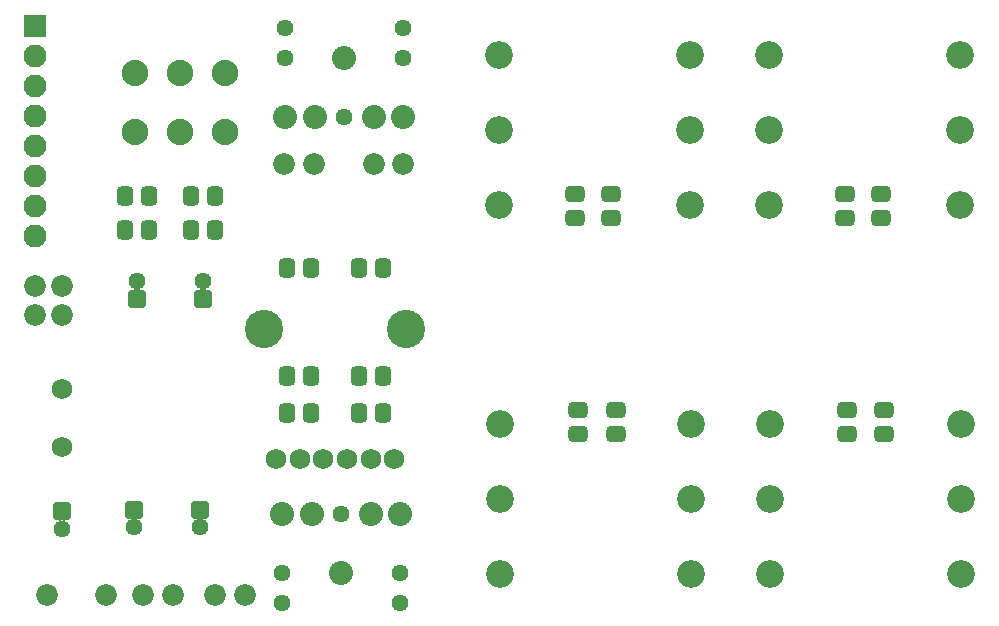
<source format=gbr>
%TF.GenerationSoftware,KiCad,Pcbnew,(5.99.0-11640-gb6664eecf2)*%
%TF.CreationDate,2021-09-02T00:48:37+05:30*%
%TF.ProjectId,AudioInterface,41756469-6f49-46e7-9465-72666163652e,rev?*%
%TF.SameCoordinates,Original*%
%TF.FileFunction,Soldermask,Bot*%
%TF.FilePolarity,Negative*%
%FSLAX46Y46*%
G04 Gerber Fmt 4.6, Leading zero omitted, Abs format (unit mm)*
G04 Created by KiCad (PCBNEW (5.99.0-11640-gb6664eecf2)) date 2021-09-02 00:48:37*
%MOMM*%
%LPD*%
G01*
G04 APERTURE LIST*
G04 Aperture macros list*
%AMRoundRect*
0 Rectangle with rounded corners*
0 $1 Rounding radius*
0 $2 $3 $4 $5 $6 $7 $8 $9 X,Y pos of 4 corners*
0 Add a 4 corners polygon primitive as box body*
4,1,4,$2,$3,$4,$5,$6,$7,$8,$9,$2,$3,0*
0 Add four circle primitives for the rounded corners*
1,1,$1+$1,$2,$3*
1,1,$1+$1,$4,$5*
1,1,$1+$1,$6,$7*
1,1,$1+$1,$8,$9*
0 Add four rect primitives between the rounded corners*
20,1,$1+$1,$2,$3,$4,$5,0*
20,1,$1+$1,$4,$5,$6,$7,0*
20,1,$1+$1,$6,$7,$8,$9,0*
20,1,$1+$1,$8,$9,$2,$3,0*%
G04 Aperture macros list end*
%ADD10C,2.240000*%
%ADD11RoundRect,0.120000X-0.850000X-0.850000X0.850000X-0.850000X0.850000X0.850000X-0.850000X0.850000X0*%
%ADD12O,1.940000X1.940000*%
%ADD13C,2.340000*%
%ADD14C,1.840000*%
%ADD15C,1.740000*%
%ADD16C,1.440000*%
%ADD17C,2.040000*%
%ADD18C,3.240000*%
%ADD19RoundRect,0.120000X0.600000X-0.600000X0.600000X0.600000X-0.600000X0.600000X-0.600000X-0.600000X0*%
%ADD20RoundRect,0.120000X-0.600000X0.600000X-0.600000X-0.600000X0.600000X-0.600000X0.600000X0.600000X0*%
%ADD21RoundRect,0.370000X0.325000X0.450000X-0.325000X0.450000X-0.325000X-0.450000X0.325000X-0.450000X0*%
%ADD22RoundRect,0.370000X-0.450000X0.325000X-0.450000X-0.325000X0.450000X-0.325000X0.450000X0.325000X0*%
%ADD23RoundRect,0.370000X-0.325000X-0.450000X0.325000X-0.450000X0.325000X0.450000X-0.325000X0.450000X0*%
%ADD24RoundRect,0.370000X0.450000X-0.325000X0.450000X0.325000X-0.450000X0.325000X-0.450000X-0.325000X0*%
G04 APERTURE END LIST*
D10*
%TO.C,J4*%
X153265000Y-57930000D03*
X153265000Y-52930000D03*
X149455000Y-57930000D03*
X149455000Y-52930000D03*
X145645000Y-52930000D03*
X145645000Y-57930000D03*
%TD*%
D11*
%TO.C,J8*%
X137162000Y-48990000D03*
D12*
X137162000Y-51530000D03*
X137162000Y-54070000D03*
X137162000Y-56610000D03*
X137162000Y-59150000D03*
X137162000Y-61690000D03*
X137162000Y-64230000D03*
X137162000Y-66770000D03*
%TD*%
D13*
%TO.C,J2*%
X192720000Y-88990000D03*
X176490000Y-88990000D03*
X192720000Y-95340000D03*
X176490000Y-95340000D03*
X192720000Y-82640000D03*
X176490000Y-82640000D03*
%TD*%
D14*
%TO.C,C12*%
X168308000Y-60674000D03*
X165808000Y-60674000D03*
%TD*%
%TO.C,C11*%
X158264000Y-60674000D03*
X160764000Y-60674000D03*
%TD*%
D15*
%TO.C,Y1*%
X139448000Y-79687000D03*
X139448000Y-84587000D03*
%TD*%
D14*
%TO.C,C4*%
X139448000Y-70981000D03*
X139448000Y-73481000D03*
%TD*%
D13*
%TO.C,J5*%
X199250000Y-57780000D03*
X215480000Y-57780000D03*
X199250000Y-51430000D03*
X215480000Y-51430000D03*
X199250000Y-64130000D03*
X215480000Y-64130000D03*
%TD*%
D16*
%TO.C,J3*%
X168075000Y-95290000D03*
X163075000Y-90290000D03*
X158075000Y-95290000D03*
X158075000Y-97790000D03*
X168075000Y-97790000D03*
D17*
X158075000Y-90290000D03*
X160575000Y-90290000D03*
X163075000Y-95290000D03*
X168075000Y-90290000D03*
X165575000Y-90290000D03*
%TD*%
D13*
%TO.C,J1*%
X215580000Y-88990000D03*
X199350000Y-88990000D03*
X215580000Y-95340000D03*
X199350000Y-95340000D03*
X215580000Y-82640000D03*
X199350000Y-82640000D03*
%TD*%
D14*
%TO.C,C1*%
X143142000Y-97123000D03*
X138142000Y-97123000D03*
%TD*%
D18*
%TO.C,RV1*%
X156562000Y-74599000D03*
X168562000Y-74599000D03*
D15*
X161562000Y-85599000D03*
X163562000Y-85599000D03*
X165562000Y-85599000D03*
X159562000Y-85599000D03*
X157562000Y-85599000D03*
X167562000Y-85599000D03*
%TD*%
D19*
%TO.C,C9*%
X145798000Y-72064600D03*
D16*
X145798000Y-70564600D03*
%TD*%
D14*
%TO.C,C3*%
X137162000Y-73481000D03*
X137162000Y-70981000D03*
%TD*%
D16*
%TO.C,J7*%
X168330000Y-49140000D03*
X158330000Y-51640000D03*
X168330000Y-51640000D03*
X163330000Y-56640000D03*
X158330000Y-49140000D03*
D17*
X168330000Y-56640000D03*
X165830000Y-56640000D03*
X163330000Y-51640000D03*
X158330000Y-56640000D03*
X160830000Y-56640000D03*
%TD*%
D20*
%TO.C,C8*%
X151132000Y-89923401D03*
D16*
X151132000Y-91423401D03*
%TD*%
D20*
%TO.C,C2*%
X139448000Y-90050401D03*
D16*
X139448000Y-91550401D03*
%TD*%
D13*
%TO.C,J6*%
X176390000Y-57780000D03*
X192620000Y-57780000D03*
X176390000Y-51430000D03*
X192620000Y-51430000D03*
X176390000Y-64130000D03*
X192620000Y-64130000D03*
%TD*%
D20*
%TO.C,C7*%
X145544000Y-89923401D03*
D16*
X145544000Y-91423401D03*
%TD*%
D14*
%TO.C,C5*%
X148826000Y-97123000D03*
X146326000Y-97123000D03*
%TD*%
%TO.C,C6*%
X154922000Y-97123000D03*
X152422000Y-97123000D03*
%TD*%
D19*
%TO.C,C10*%
X151386000Y-72064600D03*
D16*
X151386000Y-70564600D03*
%TD*%
D21*
%TO.C,R7*%
X166635000Y-78581000D03*
X164585000Y-78581000D03*
%TD*%
D22*
%TO.C,R6*%
X205869000Y-81493000D03*
X205869000Y-83543000D03*
%TD*%
D21*
%TO.C,R3*%
X166635000Y-69437000D03*
X164585000Y-69437000D03*
%TD*%
D23*
%TO.C,R12*%
X150361000Y-66262000D03*
X152411000Y-66262000D03*
%TD*%
%TO.C,R11*%
X144773000Y-66262000D03*
X146823000Y-66262000D03*
%TD*%
%TO.C,R14*%
X150361000Y-63341000D03*
X152411000Y-63341000D03*
%TD*%
D24*
%TO.C,R17*%
X208790000Y-65255000D03*
X208790000Y-63205000D03*
%TD*%
D21*
%TO.C,R4*%
X160539000Y-69437000D03*
X158489000Y-69437000D03*
%TD*%
D23*
%TO.C,R13*%
X144773000Y-63341000D03*
X146823000Y-63341000D03*
%TD*%
%TO.C,R9*%
X158489000Y-78581000D03*
X160539000Y-78581000D03*
%TD*%
D21*
%TO.C,R8*%
X166635000Y-81756000D03*
X164585000Y-81756000D03*
%TD*%
D22*
%TO.C,R5*%
X183136000Y-81493000D03*
X183136000Y-83543000D03*
%TD*%
D24*
%TO.C,R1*%
X209044000Y-83543000D03*
X209044000Y-81493000D03*
%TD*%
D22*
%TO.C,R15*%
X205742000Y-63205000D03*
X205742000Y-65255000D03*
%TD*%
%TO.C,R16*%
X185930000Y-63205000D03*
X185930000Y-65255000D03*
%TD*%
D24*
%TO.C,R18*%
X182882000Y-65255000D03*
X182882000Y-63205000D03*
%TD*%
D23*
%TO.C,R10*%
X158489000Y-81756000D03*
X160539000Y-81756000D03*
%TD*%
D24*
%TO.C,R2*%
X186311000Y-83543000D03*
X186311000Y-81493000D03*
%TD*%
G36*
X139738459Y-90769401D02*
G01*
X139738459Y-90771401D01*
X139737492Y-90772249D01*
X139695834Y-90789504D01*
X139678895Y-90830399D01*
X139695908Y-90871473D01*
X139716233Y-90884321D01*
X139717162Y-90886092D01*
X139716094Y-90887783D01*
X139714493Y-90887896D01*
X139611954Y-90851384D01*
X139453012Y-90832432D01*
X139293823Y-90849163D01*
X139178429Y-90888446D01*
X139176467Y-90888058D01*
X139175822Y-90886165D01*
X139176464Y-90885050D01*
X139209606Y-90855934D01*
X139212464Y-90811763D01*
X139183126Y-90778368D01*
X139157262Y-90772349D01*
X139155801Y-90770982D01*
X139156255Y-90769034D01*
X139157715Y-90768401D01*
X139736727Y-90768401D01*
X139738459Y-90769401D01*
G37*
G36*
X151422459Y-90642401D02*
G01*
X151422459Y-90644401D01*
X151421492Y-90645249D01*
X151379834Y-90662504D01*
X151362895Y-90703399D01*
X151379908Y-90744473D01*
X151400233Y-90757321D01*
X151401162Y-90759092D01*
X151400094Y-90760783D01*
X151398493Y-90760896D01*
X151295954Y-90724384D01*
X151137012Y-90705432D01*
X150977823Y-90722163D01*
X150862429Y-90761446D01*
X150860467Y-90761058D01*
X150859822Y-90759165D01*
X150860464Y-90758050D01*
X150893606Y-90728934D01*
X150896464Y-90684763D01*
X150867126Y-90651368D01*
X150841262Y-90645349D01*
X150839801Y-90643982D01*
X150840255Y-90642034D01*
X150841715Y-90641401D01*
X151420727Y-90641401D01*
X151422459Y-90642401D01*
G37*
G36*
X145834459Y-90642401D02*
G01*
X145834459Y-90644401D01*
X145833492Y-90645249D01*
X145791834Y-90662504D01*
X145774895Y-90703399D01*
X145791908Y-90744473D01*
X145812233Y-90757321D01*
X145813162Y-90759092D01*
X145812094Y-90760783D01*
X145810493Y-90760896D01*
X145707954Y-90724384D01*
X145549012Y-90705432D01*
X145389823Y-90722163D01*
X145274429Y-90761446D01*
X145272467Y-90761058D01*
X145271822Y-90759165D01*
X145272464Y-90758050D01*
X145305606Y-90728934D01*
X145308464Y-90684763D01*
X145279126Y-90651368D01*
X145253262Y-90645349D01*
X145251801Y-90643982D01*
X145252255Y-90642034D01*
X145253715Y-90641401D01*
X145832727Y-90641401D01*
X145834459Y-90642401D01*
G37*
G36*
X151660518Y-71226687D02*
G01*
X151661136Y-71228589D01*
X151660479Y-71229694D01*
X151626932Y-71258345D01*
X151623460Y-71302473D01*
X151652323Y-71336268D01*
X151678930Y-71342655D01*
X151680381Y-71344032D01*
X151679914Y-71345977D01*
X151678463Y-71346600D01*
X151098275Y-71346600D01*
X151096543Y-71345600D01*
X151096543Y-71343600D01*
X151097510Y-71342752D01*
X151139168Y-71325497D01*
X151156107Y-71284602D01*
X151139091Y-71243520D01*
X151119583Y-71230997D01*
X151118665Y-71229220D01*
X151119746Y-71227537D01*
X151121360Y-71227439D01*
X151212306Y-71261261D01*
X151370961Y-71282430D01*
X151530373Y-71267922D01*
X151658562Y-71226271D01*
X151660518Y-71226687D01*
G37*
G36*
X146072518Y-71226687D02*
G01*
X146073136Y-71228589D01*
X146072479Y-71229694D01*
X146038932Y-71258345D01*
X146035460Y-71302473D01*
X146064323Y-71336268D01*
X146090930Y-71342655D01*
X146092381Y-71344032D01*
X146091914Y-71345977D01*
X146090463Y-71346600D01*
X145510275Y-71346600D01*
X145508543Y-71345600D01*
X145508543Y-71343600D01*
X145509510Y-71342752D01*
X145551168Y-71325497D01*
X145568107Y-71284602D01*
X145551091Y-71243520D01*
X145531583Y-71230997D01*
X145530665Y-71229220D01*
X145531746Y-71227537D01*
X145533360Y-71227439D01*
X145624306Y-71261261D01*
X145782961Y-71282430D01*
X145942373Y-71267922D01*
X146070562Y-71226271D01*
X146072518Y-71226687D01*
G37*
M02*

</source>
